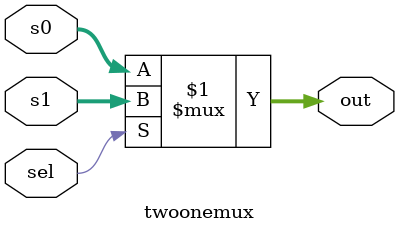
<source format=v>
module twoonemux (
    input sel,
    input [31:0] s0,
    input [31:0] s1,
    output [31:0] out
);
    assign out = sel ? s1 : s0;
endmodule

</source>
